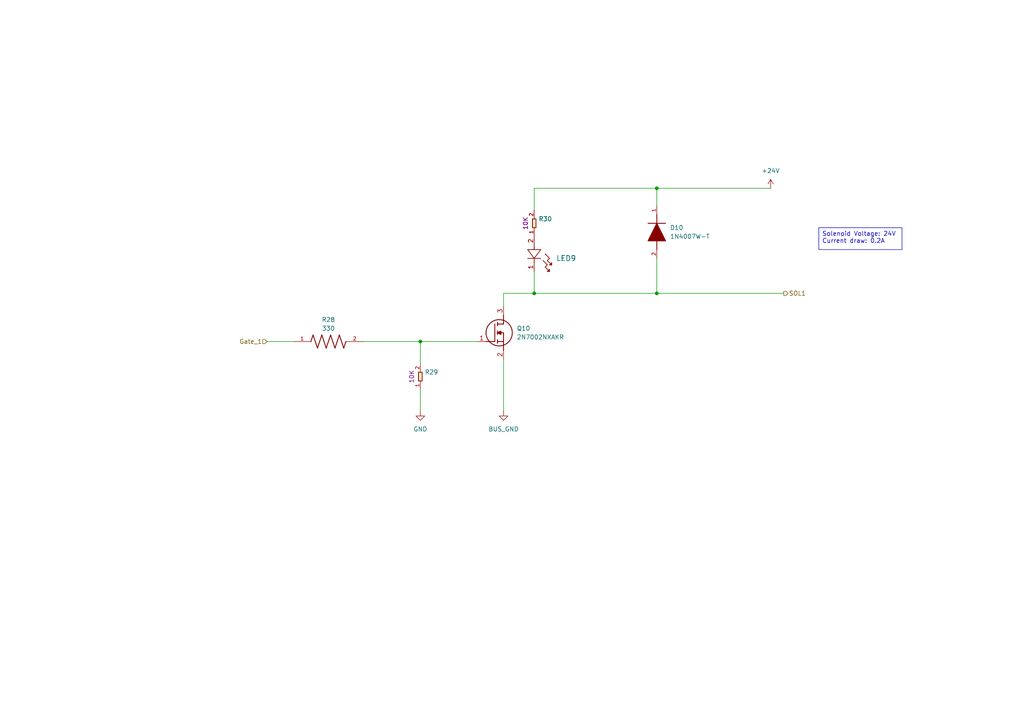
<source format=kicad_sch>
(kicad_sch
	(version 20231120)
	(generator "eeschema")
	(generator_version "8.0")
	(uuid "9b48dcf3-bf9b-44f0-9572-59b4ccd518a0")
	(paper "A4")
	(lib_symbols
		(symbol "1N4007W-T:1N4007W-T"
			(pin_names
				(offset 1.016)
			)
			(exclude_from_sim no)
			(in_bom yes)
			(on_board yes)
			(property "Reference" "D"
				(at 11.43 5.08 0)
				(effects
					(font
						(size 1.27 1.27)
					)
					(justify left)
				)
			)
			(property "Value" "1N4007W-T"
				(at 11.43 2.54 0)
				(effects
					(font
						(size 1.27 1.27)
					)
					(justify left)
				)
			)
			(property "Footprint" "1N4007W-T:SODFL3818X130N"
				(at 0 0 0)
				(effects
					(font
						(size 1.27 1.27)
					)
					(justify bottom)
					(hide yes)
				)
			)
			(property "Datasheet" ""
				(at 0 0 0)
				(effects
					(font
						(size 1.27 1.27)
					)
					(hide yes)
				)
			)
			(property "Description" ""
				(at 0 0 0)
				(effects
					(font
						(size 1.27 1.27)
					)
					(hide yes)
				)
			)
			(property "Manufacturer_Name" "Rectron"
				(at 0 0 0)
				(effects
					(font
						(size 1.27 1.27)
					)
					(justify bottom)
					(hide yes)
				)
			)
			(property "MF" "EVVO Semi"
				(at 0 0 0)
				(effects
					(font
						(size 1.27 1.27)
					)
					(justify bottom)
					(hide yes)
				)
			)
			(property "Mouser_Price-Stock" "https://www.mouser.co.uk/ProductDetail/Rectron/1N4007W-T?qs=QNEnbhJQKvah3J4JbJr%2FPw%3D%3D"
				(at 0 0 0)
				(effects
					(font
						(size 1.27 1.27)
					)
					(justify bottom)
					(hide yes)
				)
			)
			(property "Description_1" "\nDiode 1000 V 1A Surface Mount SOD-123FL\n"
				(at 0 0 0)
				(effects
					(font
						(size 1.27 1.27)
					)
					(justify bottom)
					(hide yes)
				)
			)
			(property "Mouser_Part_Number" "583-1N4007W-T"
				(at 0 0 0)
				(effects
					(font
						(size 1.27 1.27)
					)
					(justify bottom)
					(hide yes)
				)
			)
			(property "Price" "None"
				(at 0 0 0)
				(effects
					(font
						(size 1.27 1.27)
					)
					(justify bottom)
					(hide yes)
				)
			)
			(property "Package" "None"
				(at 0 0 0)
				(effects
					(font
						(size 1.27 1.27)
					)
					(justify bottom)
					(hide yes)
				)
			)
			(property "Check_prices" "https://www.snapeda.com/parts/1N4007W/Semi-M/view-part/?ref=eda"
				(at 0 0 0)
				(effects
					(font
						(size 1.27 1.27)
					)
					(justify bottom)
					(hide yes)
				)
			)
			(property "Height" "1.3mm"
				(at 0 0 0)
				(effects
					(font
						(size 1.27 1.27)
					)
					(justify bottom)
					(hide yes)
				)
			)
			(property "SnapEDA_Link" "https://www.snapeda.com/parts/1N4007W/Semi-M/view-part/?ref=snap"
				(at 0 0 0)
				(effects
					(font
						(size 1.27 1.27)
					)
					(justify bottom)
					(hide yes)
				)
			)
			(property "MP" "1N4007W"
				(at 0 0 0)
				(effects
					(font
						(size 1.27 1.27)
					)
					(justify bottom)
					(hide yes)
				)
			)
			(property "Availability" "In Stock"
				(at 0 0 0)
				(effects
					(font
						(size 1.27 1.27)
					)
					(justify bottom)
					(hide yes)
				)
			)
			(property "Manufacturer_Part_Number" "1N4007W-T"
				(at 0 0 0)
				(effects
					(font
						(size 1.27 1.27)
					)
					(justify bottom)
					(hide yes)
				)
			)
			(symbol "1N4007W-T_0_0"
				(polyline
					(pts
						(xy 2.54 0) (xy 5.08 0)
					)
					(stroke
						(width 0.254)
						(type default)
					)
					(fill
						(type none)
					)
				)
				(polyline
					(pts
						(xy 5.08 2.54) (xy 5.08 -2.54)
					)
					(stroke
						(width 0.254)
						(type default)
					)
					(fill
						(type none)
					)
				)
				(polyline
					(pts
						(xy 10.16 0) (xy 12.7 0)
					)
					(stroke
						(width 0.254)
						(type default)
					)
					(fill
						(type none)
					)
				)
				(polyline
					(pts
						(xy 5.08 0) (xy 10.16 2.54) (xy 10.16 -2.54) (xy 5.08 0)
					)
					(stroke
						(width 0.254)
						(type default)
					)
					(fill
						(type outline)
					)
				)
				(pin bidirectional line
					(at 0 0 0)
					(length 2.54)
					(name "~"
						(effects
							(font
								(size 1.016 1.016)
							)
						)
					)
					(number "1"
						(effects
							(font
								(size 1.016 1.016)
							)
						)
					)
				)
				(pin bidirectional line
					(at 15.24 0 180)
					(length 2.54)
					(name "~"
						(effects
							(font
								(size 1.016 1.016)
							)
						)
					)
					(number "2"
						(effects
							(font
								(size 1.016 1.016)
							)
						)
					)
				)
			)
		)
		(symbol "2024-08-23_01-57-25:5988A10107F"
			(pin_names
				(offset 0.254)
			)
			(exclude_from_sim no)
			(in_bom yes)
			(on_board yes)
			(property "Reference" "LED"
				(at 5.08 -4.445 0)
				(effects
					(font
						(size 1.524 1.524)
					)
				)
			)
			(property "Value" "5988A10107F"
				(at 5.08 -7.62 0)
				(effects
					(font
						(size 1.524 1.524)
					)
				)
			)
			(property "Footprint" "LED_5988A10107F_DIA"
				(at 0 0 0)
				(effects
					(font
						(size 1.27 1.27)
						(italic yes)
					)
					(hide yes)
				)
			)
			(property "Datasheet" "5988A10107F"
				(at 0 0 0)
				(effects
					(font
						(size 1.27 1.27)
						(italic yes)
					)
					(hide yes)
				)
			)
			(property "Description" ""
				(at 0 0 0)
				(effects
					(font
						(size 1.27 1.27)
					)
					(hide yes)
				)
			)
			(property "ki_locked" ""
				(at 0 0 0)
				(effects
					(font
						(size 1.27 1.27)
					)
				)
			)
			(property "ki_keywords" "5988A10107F"
				(at 0 0 0)
				(effects
					(font
						(size 1.27 1.27)
					)
					(hide yes)
				)
			)
			(property "ki_fp_filters" "LED_5988A10107F_DIA"
				(at 0 0 0)
				(effects
					(font
						(size 1.27 1.27)
					)
					(hide yes)
				)
			)
			(symbol "5988A10107F_1_1"
				(polyline
					(pts
						(xy 2.54 0) (xy 3.4798 0)
					)
					(stroke
						(width 0.2032)
						(type default)
					)
					(fill
						(type none)
					)
				)
				(polyline
					(pts
						(xy 3.175 0) (xy 3.81 0)
					)
					(stroke
						(width 0.2032)
						(type default)
					)
					(fill
						(type none)
					)
				)
				(polyline
					(pts
						(xy 3.81 -1.905) (xy 6.35 0)
					)
					(stroke
						(width 0.2032)
						(type default)
					)
					(fill
						(type none)
					)
				)
				(polyline
					(pts
						(xy 3.81 1.905) (xy 3.81 -1.905)
					)
					(stroke
						(width 0.2032)
						(type default)
					)
					(fill
						(type none)
					)
				)
				(polyline
					(pts
						(xy 5.08 3.175) (xy 6.35 4.445)
					)
					(stroke
						(width 0.2032)
						(type default)
					)
					(fill
						(type none)
					)
				)
				(polyline
					(pts
						(xy 6.35 -1.905) (xy 6.35 1.905)
					)
					(stroke
						(width 0.2032)
						(type default)
					)
					(fill
						(type none)
					)
				)
				(polyline
					(pts
						(xy 6.35 0) (xy 3.81 1.905)
					)
					(stroke
						(width 0.2032)
						(type default)
					)
					(fill
						(type none)
					)
				)
				(polyline
					(pts
						(xy 6.35 0) (xy 7.62 0)
					)
					(stroke
						(width 0.2032)
						(type default)
					)
					(fill
						(type none)
					)
				)
				(polyline
					(pts
						(xy 6.35 4.445) (xy 6.985 3.81)
					)
					(stroke
						(width 0.2032)
						(type default)
					)
					(fill
						(type none)
					)
				)
				(polyline
					(pts
						(xy 6.985 2.54) (xy 8.255 3.81)
					)
					(stroke
						(width 0.2032)
						(type default)
					)
					(fill
						(type none)
					)
				)
				(polyline
					(pts
						(xy 6.985 3.81) (xy 8.255 5.08)
					)
					(stroke
						(width 0.2032)
						(type default)
					)
					(fill
						(type none)
					)
				)
				(polyline
					(pts
						(xy 7.62 5.08) (xy 8.255 4.445)
					)
					(stroke
						(width 0.2032)
						(type default)
					)
					(fill
						(type none)
					)
				)
				(polyline
					(pts
						(xy 8.255 3.81) (xy 8.89 3.175)
					)
					(stroke
						(width 0.2032)
						(type default)
					)
					(fill
						(type none)
					)
				)
				(polyline
					(pts
						(xy 8.255 4.445) (xy 8.255 5.08)
					)
					(stroke
						(width 0.2032)
						(type default)
					)
					(fill
						(type none)
					)
				)
				(polyline
					(pts
						(xy 8.255 5.08) (xy 7.62 5.08)
					)
					(stroke
						(width 0.2032)
						(type default)
					)
					(fill
						(type none)
					)
				)
				(polyline
					(pts
						(xy 8.89 3.175) (xy 10.16 4.445)
					)
					(stroke
						(width 0.2032)
						(type default)
					)
					(fill
						(type none)
					)
				)
				(polyline
					(pts
						(xy 9.525 4.445) (xy 10.16 3.81)
					)
					(stroke
						(width 0.2032)
						(type default)
					)
					(fill
						(type none)
					)
				)
				(polyline
					(pts
						(xy 10.16 3.81) (xy 10.16 4.445)
					)
					(stroke
						(width 0.2032)
						(type default)
					)
					(fill
						(type none)
					)
				)
				(polyline
					(pts
						(xy 10.16 4.445) (xy 9.525 4.445)
					)
					(stroke
						(width 0.2032)
						(type default)
					)
					(fill
						(type none)
					)
				)
				(pin unspecified line
					(at 10.16 0 180)
					(length 2.54)
					(name ""
						(effects
							(font
								(size 1.27 1.27)
							)
						)
					)
					(number "1"
						(effects
							(font
								(size 1.27 1.27)
							)
						)
					)
				)
				(pin unspecified line
					(at 0 0 0)
					(length 2.54)
					(name ""
						(effects
							(font
								(size 1.27 1.27)
							)
						)
					)
					(number "2"
						(effects
							(font
								(size 1.27 1.27)
							)
						)
					)
				)
			)
			(symbol "5988A10107F_1_2"
				(polyline
					(pts
						(xy -5.08 7.62) (xy -4.445 8.255)
					)
					(stroke
						(width 0.2032)
						(type default)
					)
					(fill
						(type none)
					)
				)
				(polyline
					(pts
						(xy -5.08 8.255) (xy -5.08 7.62)
					)
					(stroke
						(width 0.2032)
						(type default)
					)
					(fill
						(type none)
					)
				)
				(polyline
					(pts
						(xy -4.445 6.35) (xy -3.81 6.985)
					)
					(stroke
						(width 0.2032)
						(type default)
					)
					(fill
						(type none)
					)
				)
				(polyline
					(pts
						(xy -4.445 8.255) (xy -5.08 8.255)
					)
					(stroke
						(width 0.2032)
						(type default)
					)
					(fill
						(type none)
					)
				)
				(polyline
					(pts
						(xy -4.445 9.525) (xy -3.81 10.16)
					)
					(stroke
						(width 0.2032)
						(type default)
					)
					(fill
						(type none)
					)
				)
				(polyline
					(pts
						(xy -4.445 10.16) (xy -4.445 9.525)
					)
					(stroke
						(width 0.2032)
						(type default)
					)
					(fill
						(type none)
					)
				)
				(polyline
					(pts
						(xy -3.81 6.985) (xy -5.08 8.255)
					)
					(stroke
						(width 0.2032)
						(type default)
					)
					(fill
						(type none)
					)
				)
				(polyline
					(pts
						(xy -3.81 8.255) (xy -3.175 8.89)
					)
					(stroke
						(width 0.2032)
						(type default)
					)
					(fill
						(type none)
					)
				)
				(polyline
					(pts
						(xy -3.81 10.16) (xy -4.445 10.16)
					)
					(stroke
						(width 0.2032)
						(type default)
					)
					(fill
						(type none)
					)
				)
				(polyline
					(pts
						(xy -3.175 5.08) (xy -4.445 6.35)
					)
					(stroke
						(width 0.2032)
						(type default)
					)
					(fill
						(type none)
					)
				)
				(polyline
					(pts
						(xy -3.175 8.89) (xy -4.445 10.16)
					)
					(stroke
						(width 0.2032)
						(type default)
					)
					(fill
						(type none)
					)
				)
				(polyline
					(pts
						(xy -2.54 6.985) (xy -3.81 8.255)
					)
					(stroke
						(width 0.2032)
						(type default)
					)
					(fill
						(type none)
					)
				)
				(polyline
					(pts
						(xy -1.905 3.81) (xy 1.905 3.81)
					)
					(stroke
						(width 0.2032)
						(type default)
					)
					(fill
						(type none)
					)
				)
				(polyline
					(pts
						(xy 0 2.54) (xy 0 3.4798)
					)
					(stroke
						(width 0.2032)
						(type default)
					)
					(fill
						(type none)
					)
				)
				(polyline
					(pts
						(xy 0 3.175) (xy 0 3.81)
					)
					(stroke
						(width 0.2032)
						(type default)
					)
					(fill
						(type none)
					)
				)
				(polyline
					(pts
						(xy 0 6.35) (xy -1.905 3.81)
					)
					(stroke
						(width 0.2032)
						(type default)
					)
					(fill
						(type none)
					)
				)
				(polyline
					(pts
						(xy 0 6.35) (xy 0 7.62)
					)
					(stroke
						(width 0.2032)
						(type default)
					)
					(fill
						(type none)
					)
				)
				(polyline
					(pts
						(xy 1.905 3.81) (xy 0 6.35)
					)
					(stroke
						(width 0.2032)
						(type default)
					)
					(fill
						(type none)
					)
				)
				(polyline
					(pts
						(xy 1.905 6.35) (xy -1.905 6.35)
					)
					(stroke
						(width 0.2032)
						(type default)
					)
					(fill
						(type none)
					)
				)
				(pin unspecified line
					(at 0 10.16 270)
					(length 2.54)
					(name ""
						(effects
							(font
								(size 1.27 1.27)
							)
						)
					)
					(number "1"
						(effects
							(font
								(size 1.27 1.27)
							)
						)
					)
				)
				(pin unspecified line
					(at 0 0 90)
					(length 2.54)
					(name ""
						(effects
							(font
								(size 1.27 1.27)
							)
						)
					)
					(number "2"
						(effects
							(font
								(size 1.27 1.27)
							)
						)
					)
				)
			)
		)
		(symbol "2N7002NXAKR:2N7002NXAKR"
			(pin_names hide)
			(exclude_from_sim no)
			(in_bom yes)
			(on_board yes)
			(property "Reference" "Q"
				(at 11.43 3.81 0)
				(effects
					(font
						(size 1.27 1.27)
					)
					(justify left top)
				)
			)
			(property "Value" "2N7002NXAKR"
				(at 11.43 1.27 0)
				(effects
					(font
						(size 1.27 1.27)
					)
					(justify left top)
				)
			)
			(property "Footprint" "SOT95P230X110-3N"
				(at 11.43 -98.73 0)
				(effects
					(font
						(size 1.27 1.27)
					)
					(justify left top)
					(hide yes)
				)
			)
			(property "Datasheet" "https://assets.nexperia.com/documents/data-sheet/2N7002NXAK.pdf"
				(at 11.43 -198.73 0)
				(effects
					(font
						(size 1.27 1.27)
					)
					(justify left top)
					(hide yes)
				)
			)
			(property "Description" "NEXPERIA - 2N7002NXAKR - MOSFET Transistor, Trench, N Channel, 190 mA, 60 V, 3 ohm, 10 V, 1.6 V"
				(at 0 0 0)
				(effects
					(font
						(size 1.27 1.27)
					)
					(hide yes)
				)
			)
			(property "Height" "1.1"
				(at 11.43 -398.73 0)
				(effects
					(font
						(size 1.27 1.27)
					)
					(justify left top)
					(hide yes)
				)
			)
			(property "Mouser Part Number" "771-2N7002NXAKR"
				(at 11.43 -498.73 0)
				(effects
					(font
						(size 1.27 1.27)
					)
					(justify left top)
					(hide yes)
				)
			)
			(property "Mouser Price/Stock" "https://www.mouser.co.uk/ProductDetail/Nexperia/2N7002NXAKR?qs=%252B6g0mu59x7JoAsZYPFXqhw%3D%3D"
				(at 11.43 -598.73 0)
				(effects
					(font
						(size 1.27 1.27)
					)
					(justify left top)
					(hide yes)
				)
			)
			(property "Manufacturer_Name" "Nexperia"
				(at 11.43 -698.73 0)
				(effects
					(font
						(size 1.27 1.27)
					)
					(justify left top)
					(hide yes)
				)
			)
			(property "Manufacturer_Part_Number" "2N7002NXAKR"
				(at 11.43 -798.73 0)
				(effects
					(font
						(size 1.27 1.27)
					)
					(justify left top)
					(hide yes)
				)
			)
			(symbol "2N7002NXAKR_1_1"
				(polyline
					(pts
						(xy 2.54 0) (xy 5.08 0)
					)
					(stroke
						(width 0.254)
						(type default)
					)
					(fill
						(type none)
					)
				)
				(polyline
					(pts
						(xy 5.08 5.08) (xy 5.08 0)
					)
					(stroke
						(width 0.254)
						(type default)
					)
					(fill
						(type none)
					)
				)
				(polyline
					(pts
						(xy 5.842 -0.508) (xy 5.842 0.508)
					)
					(stroke
						(width 0.254)
						(type default)
					)
					(fill
						(type none)
					)
				)
				(polyline
					(pts
						(xy 5.842 0) (xy 7.62 0)
					)
					(stroke
						(width 0.254)
						(type default)
					)
					(fill
						(type none)
					)
				)
				(polyline
					(pts
						(xy 5.842 2.032) (xy 5.842 3.048)
					)
					(stroke
						(width 0.254)
						(type default)
					)
					(fill
						(type none)
					)
				)
				(polyline
					(pts
						(xy 5.842 5.588) (xy 5.842 4.572)
					)
					(stroke
						(width 0.254)
						(type default)
					)
					(fill
						(type none)
					)
				)
				(polyline
					(pts
						(xy 7.62 2.54) (xy 5.842 2.54)
					)
					(stroke
						(width 0.254)
						(type default)
					)
					(fill
						(type none)
					)
				)
				(polyline
					(pts
						(xy 7.62 2.54) (xy 7.62 -2.54)
					)
					(stroke
						(width 0.254)
						(type default)
					)
					(fill
						(type none)
					)
				)
				(polyline
					(pts
						(xy 7.62 5.08) (xy 5.842 5.08)
					)
					(stroke
						(width 0.254)
						(type default)
					)
					(fill
						(type none)
					)
				)
				(polyline
					(pts
						(xy 7.62 5.08) (xy 7.62 7.62)
					)
					(stroke
						(width 0.254)
						(type default)
					)
					(fill
						(type none)
					)
				)
				(polyline
					(pts
						(xy 5.842 2.54) (xy 6.858 3.048) (xy 6.858 2.032) (xy 5.842 2.54)
					)
					(stroke
						(width 0.254)
						(type default)
					)
					(fill
						(type outline)
					)
				)
				(circle
					(center 6.35 2.54)
					(radius 3.81)
					(stroke
						(width 0.254)
						(type default)
					)
					(fill
						(type none)
					)
				)
				(pin passive line
					(at 0 0 0)
					(length 2.54)
					(name "G"
						(effects
							(font
								(size 1.27 1.27)
							)
						)
					)
					(number "1"
						(effects
							(font
								(size 1.27 1.27)
							)
						)
					)
				)
				(pin passive line
					(at 7.62 -5.08 90)
					(length 2.54)
					(name "S"
						(effects
							(font
								(size 1.27 1.27)
							)
						)
					)
					(number "2"
						(effects
							(font
								(size 1.27 1.27)
							)
						)
					)
				)
				(pin passive line
					(at 7.62 10.16 270)
					(length 2.54)
					(name "D"
						(effects
							(font
								(size 1.27 1.27)
							)
						)
					)
					(number "3"
						(effects
							(font
								(size 1.27 1.27)
							)
						)
					)
				)
			)
		)
		(symbol "RC0402FR-07330RL:RC0402FR-07330RL"
			(pin_names
				(offset 1.016)
			)
			(exclude_from_sim no)
			(in_bom yes)
			(on_board yes)
			(property "Reference" "R"
				(at -7.6244 2.5415 0)
				(effects
					(font
						(size 1.27 1.27)
					)
					(justify left bottom)
				)
			)
			(property "Value" "RC0402FR-07330RL"
				(at -7.63 -5.0866 0)
				(effects
					(font
						(size 1.27 1.27)
					)
					(justify left bottom)
				)
			)
			(property "Footprint" "RC0402FR-07330RL:RESC1005X40N"
				(at 0 0 0)
				(effects
					(font
						(size 1.27 1.27)
					)
					(justify bottom)
					(hide yes)
				)
			)
			(property "Datasheet" ""
				(at 0 0 0)
				(effects
					(font
						(size 1.27 1.27)
					)
					(hide yes)
				)
			)
			(property "Description" ""
				(at 0 0 0)
				(effects
					(font
						(size 1.27 1.27)
					)
					(hide yes)
				)
			)
			(symbol "RC0402FR-07330RL_0_0"
				(polyline
					(pts
						(xy -5.08 0) (xy -4.445 1.905)
					)
					(stroke
						(width 0.254)
						(type default)
					)
					(fill
						(type none)
					)
				)
				(polyline
					(pts
						(xy -4.445 1.905) (xy -3.175 -1.905)
					)
					(stroke
						(width 0.254)
						(type default)
					)
					(fill
						(type none)
					)
				)
				(polyline
					(pts
						(xy -3.175 -1.905) (xy -1.905 1.905)
					)
					(stroke
						(width 0.254)
						(type default)
					)
					(fill
						(type none)
					)
				)
				(polyline
					(pts
						(xy -1.905 1.905) (xy -0.635 -1.905)
					)
					(stroke
						(width 0.254)
						(type default)
					)
					(fill
						(type none)
					)
				)
				(polyline
					(pts
						(xy -0.635 -1.905) (xy 0.635 1.905)
					)
					(stroke
						(width 0.254)
						(type default)
					)
					(fill
						(type none)
					)
				)
				(polyline
					(pts
						(xy 0.635 1.905) (xy 1.905 -1.905)
					)
					(stroke
						(width 0.254)
						(type default)
					)
					(fill
						(type none)
					)
				)
				(polyline
					(pts
						(xy 1.905 -1.905) (xy 3.175 1.905)
					)
					(stroke
						(width 0.254)
						(type default)
					)
					(fill
						(type none)
					)
				)
				(polyline
					(pts
						(xy 3.175 1.905) (xy 4.445 -1.905)
					)
					(stroke
						(width 0.254)
						(type default)
					)
					(fill
						(type none)
					)
				)
				(polyline
					(pts
						(xy 4.445 -1.905) (xy 5.08 0)
					)
					(stroke
						(width 0.254)
						(type default)
					)
					(fill
						(type none)
					)
				)
				(pin passive line
					(at -10.16 0 0)
					(length 5.08)
					(name "~"
						(effects
							(font
								(size 1.016 1.016)
							)
						)
					)
					(number "1"
						(effects
							(font
								(size 1.016 1.016)
							)
						)
					)
				)
				(pin passive line
					(at 10.16 0 180)
					(length 5.08)
					(name "~"
						(effects
							(font
								(size 1.016 1.016)
							)
						)
					)
					(number "2"
						(effects
							(font
								(size 1.016 1.016)
							)
						)
					)
				)
			)
		)
		(symbol "SMD-RES-10K-5_-1__0402_:SMD-RES-10K-5_-1__0402_"
			(pin_names
				(offset 1.016)
			)
			(exclude_from_sim no)
			(in_bom yes)
			(on_board yes)
			(property "Reference" "U"
				(at -3.8175 1.2725 0)
				(effects
					(font
						(size 1.27 1.27)
					)
					(justify left bottom)
				)
			)
			(property "Value" "10K"
				(at 0 0 0)
				(effects
					(font
						(size 1.27 1.27)
					)
					(justify bottom)
					(hide yes)
				)
			)
			(property "Footprint" "SMD-RES-10K-5_-1__0402_:R0402"
				(at 0 0 0)
				(effects
					(font
						(size 1.27 1.27)
					)
					(justify bottom)
					(hide yes)
				)
			)
			(property "Datasheet" ""
				(at 0 0 0)
				(effects
					(font
						(size 1.27 1.27)
					)
					(hide yes)
				)
			)
			(property "Description" ""
				(at 0 0 0)
				(effects
					(font
						(size 1.27 1.27)
					)
					(hide yes)
				)
			)
			(property "MPN" "RC0402JR-0710KL"
				(at 0 0 0)
				(effects
					(font
						(size 1.27 1.27)
					)
					(justify bottom)
					(hide yes)
				)
			)
			(symbol "SMD-RES-10K-5_-1__0402__0_0"
				(rectangle
					(start -1.27 -0.508)
					(end 1.27 0.508)
					(stroke
						(width 0.254)
						(type default)
					)
					(fill
						(type background)
					)
				)
				(pin passive line
					(at -3.81 0 0)
					(length 2.54)
					(name "~"
						(effects
							(font
								(size 1.016 1.016)
							)
						)
					)
					(number "1"
						(effects
							(font
								(size 1.016 1.016)
							)
						)
					)
				)
				(pin passive line
					(at 3.81 0 180)
					(length 2.54)
					(name "~"
						(effects
							(font
								(size 1.016 1.016)
							)
						)
					)
					(number "2"
						(effects
							(font
								(size 1.016 1.016)
							)
						)
					)
				)
			)
		)
		(symbol "power:+24V"
			(power)
			(pin_numbers hide)
			(pin_names
				(offset 0) hide)
			(exclude_from_sim no)
			(in_bom yes)
			(on_board yes)
			(property "Reference" "#PWR"
				(at 0 -3.81 0)
				(effects
					(font
						(size 1.27 1.27)
					)
					(hide yes)
				)
			)
			(property "Value" "+24V"
				(at 0 3.556 0)
				(effects
					(font
						(size 1.27 1.27)
					)
				)
			)
			(property "Footprint" ""
				(at 0 0 0)
				(effects
					(font
						(size 1.27 1.27)
					)
					(hide yes)
				)
			)
			(property "Datasheet" ""
				(at 0 0 0)
				(effects
					(font
						(size 1.27 1.27)
					)
					(hide yes)
				)
			)
			(property "Description" "Power symbol creates a global label with name \"+24V\""
				(at 0 0 0)
				(effects
					(font
						(size 1.27 1.27)
					)
					(hide yes)
				)
			)
			(property "ki_keywords" "global power"
				(at 0 0 0)
				(effects
					(font
						(size 1.27 1.27)
					)
					(hide yes)
				)
			)
			(symbol "+24V_0_1"
				(polyline
					(pts
						(xy -0.762 1.27) (xy 0 2.54)
					)
					(stroke
						(width 0)
						(type default)
					)
					(fill
						(type none)
					)
				)
				(polyline
					(pts
						(xy 0 0) (xy 0 2.54)
					)
					(stroke
						(width 0)
						(type default)
					)
					(fill
						(type none)
					)
				)
				(polyline
					(pts
						(xy 0 2.54) (xy 0.762 1.27)
					)
					(stroke
						(width 0)
						(type default)
					)
					(fill
						(type none)
					)
				)
			)
			(symbol "+24V_1_1"
				(pin power_in line
					(at 0 0 90)
					(length 0)
					(name "~"
						(effects
							(font
								(size 1.27 1.27)
							)
						)
					)
					(number "1"
						(effects
							(font
								(size 1.27 1.27)
							)
						)
					)
				)
			)
		)
		(symbol "power:GND"
			(power)
			(pin_numbers hide)
			(pin_names
				(offset 0) hide)
			(exclude_from_sim no)
			(in_bom yes)
			(on_board yes)
			(property "Reference" "#PWR"
				(at 0 -6.35 0)
				(effects
					(font
						(size 1.27 1.27)
					)
					(hide yes)
				)
			)
			(property "Value" "GND"
				(at 0 -3.81 0)
				(effects
					(font
						(size 1.27 1.27)
					)
				)
			)
			(property "Footprint" ""
				(at 0 0 0)
				(effects
					(font
						(size 1.27 1.27)
					)
					(hide yes)
				)
			)
			(property "Datasheet" ""
				(at 0 0 0)
				(effects
					(font
						(size 1.27 1.27)
					)
					(hide yes)
				)
			)
			(property "Description" "Power symbol creates a global label with name \"GND\" , ground"
				(at 0 0 0)
				(effects
					(font
						(size 1.27 1.27)
					)
					(hide yes)
				)
			)
			(property "ki_keywords" "global power"
				(at 0 0 0)
				(effects
					(font
						(size 1.27 1.27)
					)
					(hide yes)
				)
			)
			(symbol "GND_0_1"
				(polyline
					(pts
						(xy 0 0) (xy 0 -1.27) (xy 1.27 -1.27) (xy 0 -2.54) (xy -1.27 -1.27) (xy 0 -1.27)
					)
					(stroke
						(width 0)
						(type default)
					)
					(fill
						(type none)
					)
				)
			)
			(symbol "GND_1_1"
				(pin power_in line
					(at 0 0 270)
					(length 0)
					(name "~"
						(effects
							(font
								(size 1.27 1.27)
							)
						)
					)
					(number "1"
						(effects
							(font
								(size 1.27 1.27)
							)
						)
					)
				)
			)
		)
	)
	(junction
		(at 190.5 54.61)
		(diameter 0)
		(color 0 0 0 0)
		(uuid "14d6dc0b-bf5b-48a5-a808-a95668f80dfc")
	)
	(junction
		(at 121.92 99.06)
		(diameter 0)
		(color 0 0 0 0)
		(uuid "30ca33d6-3082-42c1-8545-02a3ce679881")
	)
	(junction
		(at 190.5 85.09)
		(diameter 0)
		(color 0 0 0 0)
		(uuid "5ebab3a8-b600-4563-ae1b-27641959e42c")
	)
	(junction
		(at 154.94 85.09)
		(diameter 0)
		(color 0 0 0 0)
		(uuid "964c547b-998f-4677-9d0f-1e77ca4291c2")
	)
	(wire
		(pts
			(xy 154.94 60.96) (xy 154.94 54.61)
		)
		(stroke
			(width 0)
			(type default)
		)
		(uuid "0597171f-cbfb-4580-9cb7-e3d5ad5a8d8e")
	)
	(wire
		(pts
			(xy 146.05 104.14) (xy 146.05 119.38)
		)
		(stroke
			(width 0)
			(type default)
		)
		(uuid "19eeefb8-1586-466f-a04c-1679903cc61c")
	)
	(wire
		(pts
			(xy 190.5 85.09) (xy 227.33 85.09)
		)
		(stroke
			(width 0)
			(type default)
		)
		(uuid "49392f50-ec66-4a90-a34b-1cc6fcacf898")
	)
	(wire
		(pts
			(xy 154.94 78.74) (xy 154.94 85.09)
		)
		(stroke
			(width 0)
			(type default)
		)
		(uuid "4b58d823-7b1e-4e2b-84a6-002cfb23a576")
	)
	(wire
		(pts
			(xy 190.5 54.61) (xy 223.52 54.61)
		)
		(stroke
			(width 0)
			(type default)
		)
		(uuid "6dea5a4a-3945-4b66-8867-ab9c2850a3b6")
	)
	(wire
		(pts
			(xy 146.05 85.09) (xy 146.05 88.9)
		)
		(stroke
			(width 0)
			(type default)
		)
		(uuid "6f8411ed-2adc-4fa1-9eb4-28fb21ddfee0")
	)
	(wire
		(pts
			(xy 190.5 74.93) (xy 190.5 85.09)
		)
		(stroke
			(width 0)
			(type default)
		)
		(uuid "879c634a-106a-4020-a940-e7abc04b83af")
	)
	(wire
		(pts
			(xy 77.47 99.06) (xy 85.09 99.06)
		)
		(stroke
			(width 0)
			(type default)
		)
		(uuid "8fb17321-00aa-4733-9ee7-c42c9e30b7a1")
	)
	(wire
		(pts
			(xy 154.94 54.61) (xy 190.5 54.61)
		)
		(stroke
			(width 0)
			(type default)
		)
		(uuid "9177c22a-3641-4f7d-8a2b-3a7a14f0bc50")
	)
	(wire
		(pts
			(xy 154.94 85.09) (xy 190.5 85.09)
		)
		(stroke
			(width 0)
			(type default)
		)
		(uuid "9de5c7b5-22f6-4208-ab5b-0695a39a35df")
	)
	(wire
		(pts
			(xy 121.92 99.06) (xy 138.43 99.06)
		)
		(stroke
			(width 0)
			(type default)
		)
		(uuid "9f33bb7b-e7ec-4fb8-a969-1c5cf2744990")
	)
	(wire
		(pts
			(xy 121.92 99.06) (xy 121.92 105.41)
		)
		(stroke
			(width 0)
			(type default)
		)
		(uuid "b38b7e3c-5ed2-46df-8704-6aae0f2c997f")
	)
	(wire
		(pts
			(xy 105.41 99.06) (xy 121.92 99.06)
		)
		(stroke
			(width 0)
			(type default)
		)
		(uuid "ce1c8386-7627-428c-8f79-f9030c05cda6")
	)
	(wire
		(pts
			(xy 146.05 85.09) (xy 154.94 85.09)
		)
		(stroke
			(width 0)
			(type default)
		)
		(uuid "e3e885d3-d344-4941-8fa3-6960d3384b40")
	)
	(wire
		(pts
			(xy 121.92 113.03) (xy 121.92 119.38)
		)
		(stroke
			(width 0)
			(type default)
		)
		(uuid "e71a4746-b085-4f49-afc9-7bca982f866d")
	)
	(wire
		(pts
			(xy 190.5 59.69) (xy 190.5 54.61)
		)
		(stroke
			(width 0)
			(type default)
		)
		(uuid "ea850491-974e-4377-a6bd-a758735d21a4")
	)
	(text_box "Solenoid Voltage: 24V\nCurrent draw: 0.2A\n"
		(exclude_from_sim no)
		(at 237.49 66.04 0)
		(size 24.13 6.35)
		(stroke
			(width 0)
			(type default)
		)
		(fill
			(type none)
		)
		(effects
			(font
				(size 1.27 1.27)
			)
			(justify left top)
		)
		(uuid "72975dc8-2b94-4d88-a3ab-777104ad97ea")
	)
	(hierarchical_label "SOL1"
		(shape output)
		(at 227.33 85.09 0)
		(fields_autoplaced yes)
		(effects
			(font
				(size 1.27 1.27)
			)
			(justify left)
		)
		(uuid "41c433e3-f9ba-48cf-80d6-76f7d7160989")
	)
	(hierarchical_label "Gate_1"
		(shape input)
		(at 77.47 99.06 180)
		(fields_autoplaced yes)
		(effects
			(font
				(size 1.27 1.27)
			)
			(justify right)
		)
		(uuid "72abee03-78cd-43b2-8f80-7030e73cf5a4")
	)
	(symbol
		(lib_id "RC0402FR-07330RL:RC0402FR-07330RL")
		(at 95.25 99.06 0)
		(unit 1)
		(exclude_from_sim no)
		(in_bom yes)
		(on_board yes)
		(dnp no)
		(fields_autoplaced yes)
		(uuid "25604c5d-f1c6-498e-a77d-5df3d33b55d0")
		(property "Reference" "R28"
			(at 95.25 92.71 0)
			(effects
				(font
					(size 1.27 1.27)
				)
			)
		)
		(property "Value" "330"
			(at 95.25 95.25 0)
			(effects
				(font
					(size 1.27 1.27)
				)
			)
		)
		(property "Footprint" "RC0402FR_07330RL:RESC1005X40N"
			(at 95.25 99.06 0)
			(effects
				(font
					(size 1.27 1.27)
				)
				(justify bottom)
				(hide yes)
			)
		)
		(property "Datasheet" ""
			(at 95.25 99.06 0)
			(effects
				(font
					(size 1.27 1.27)
				)
				(hide yes)
			)
		)
		(property "Description" "RC0402FR-07330RL"
			(at 95.25 99.06 0)
			(effects
				(font
					(size 1.27 1.27)
				)
				(hide yes)
			)
		)
		(pin "2"
			(uuid "74f3c5e1-1222-41d6-994b-49693da2e6d7")
		)
		(pin "1"
			(uuid "1a1ca986-df18-4d41-a72f-19f94f04ba12")
		)
		(instances
			(project "TPM-IO-BOARD"
				(path "/e63e39d7-6ac0-4ffd-8aa3-1841a4541b55/11ed3f82-f3d9-4bf2-8fd1-95f5d5eab05b"
					(reference "R28")
					(unit 1)
				)
				(path "/e63e39d7-6ac0-4ffd-8aa3-1841a4541b55/2b2230ed-cb19-476f-8f60-29960807d694"
					(reference "R16")
					(unit 1)
				)
				(path "/e63e39d7-6ac0-4ffd-8aa3-1841a4541b55/46be8636-daec-4c58-9c06-029b3a31d111"
					(reference "R36")
					(unit 1)
				)
				(path "/e63e39d7-6ac0-4ffd-8aa3-1841a4541b55/480021aa-5e2a-4bf0-885b-c748b538f39d"
					(reference "R19")
					(unit 1)
				)
				(path "/e63e39d7-6ac0-4ffd-8aa3-1841a4541b55/85991504-23b9-440e-817a-3270f5b61d96"
					(reference "R3")
					(unit 1)
				)
				(path "/e63e39d7-6ac0-4ffd-8aa3-1841a4541b55/88ba1df8-b116-4c5f-a72e-931e20eb07b1"
					(reference "R25")
					(unit 1)
				)
				(path "/e63e39d7-6ac0-4ffd-8aa3-1841a4541b55/89a7db94-3ce2-4277-a747-60b5ca6d2885"
					(reference "R10")
					(unit 1)
				)
				(path "/e63e39d7-6ac0-4ffd-8aa3-1841a4541b55/a83d8c07-23fc-40a6-81ba-d9a12c933fae"
					(reference "R31")
					(unit 1)
				)
				(path "/e63e39d7-6ac0-4ffd-8aa3-1841a4541b55/b3c39f4c-8e6b-4a63-bc47-6cdd0911eafb"
					(reference "R13")
					(unit 1)
				)
				(path "/e63e39d7-6ac0-4ffd-8aa3-1841a4541b55/d2282ff1-1ef6-4e5d-a6b5-6245ee375a41"
					(reference "R22")
					(unit 1)
				)
				(path "/e63e39d7-6ac0-4ffd-8aa3-1841a4541b55/d77b47ca-e721-4108-9dad-ffa9b4219cb3"
					(reference "R7")
					(unit 1)
				)
				(path "/e63e39d7-6ac0-4ffd-8aa3-1841a4541b55/e543aa9e-36c3-4b19-b4e8-c4d234beccb5"
					(reference "R2")
					(unit 1)
				)
			)
		)
	)
	(symbol
		(lib_id "2024-08-23_01-57-25:5988A10107F")
		(at 154.94 68.58 270)
		(unit 1)
		(exclude_from_sim no)
		(in_bom yes)
		(on_board yes)
		(dnp no)
		(fields_autoplaced yes)
		(uuid "4c099169-0476-425c-af9a-5f9bb6afa246")
		(property "Reference" "LED9"
			(at 161.29 74.9299 90)
			(effects
				(font
					(size 1.524 1.524)
				)
				(justify left)
			)
		)
		(property "Value" "5988A10107F"
			(at 161.29 76.1999 90)
			(effects
				(font
					(size 1.524 1.524)
				)
				(justify left)
				(hide yes)
			)
		)
		(property "Footprint" "LED_5988A10107F_DIA"
			(at 154.94 68.58 0)
			(effects
				(font
					(size 1.27 1.27)
					(italic yes)
				)
				(hide yes)
			)
		)
		(property "Datasheet" "5988A10107F"
			(at 154.94 68.58 0)
			(effects
				(font
					(size 1.27 1.27)
					(italic yes)
				)
				(hide yes)
			)
		)
		(property "Description" ""
			(at 154.94 68.58 0)
			(effects
				(font
					(size 1.27 1.27)
				)
				(hide yes)
			)
		)
		(pin "1"
			(uuid "a4e3fe31-d5de-43d6-87e0-e4fe01c105e0")
		)
		(pin "2"
			(uuid "89ac9790-cc2f-4a2b-90a9-bac348551086")
		)
		(instances
			(project "TPM-IO-BOARD"
				(path "/e63e39d7-6ac0-4ffd-8aa3-1841a4541b55/11ed3f82-f3d9-4bf2-8fd1-95f5d5eab05b"
					(reference "LED9")
					(unit 1)
				)
				(path "/e63e39d7-6ac0-4ffd-8aa3-1841a4541b55/2b2230ed-cb19-476f-8f60-29960807d694"
					(reference "LED5")
					(unit 1)
				)
				(path "/e63e39d7-6ac0-4ffd-8aa3-1841a4541b55/46be8636-daec-4c58-9c06-029b3a31d111"
					(reference "LED11")
					(unit 1)
				)
				(path "/e63e39d7-6ac0-4ffd-8aa3-1841a4541b55/480021aa-5e2a-4bf0-885b-c748b538f39d"
					(reference "LED6")
					(unit 1)
				)
				(path "/e63e39d7-6ac0-4ffd-8aa3-1841a4541b55/85991504-23b9-440e-817a-3270f5b61d96"
					(reference "LED1")
					(unit 1)
				)
				(path "/e63e39d7-6ac0-4ffd-8aa3-1841a4541b55/88ba1df8-b116-4c5f-a72e-931e20eb07b1"
					(reference "LED8")
					(unit 1)
				)
				(path "/e63e39d7-6ac0-4ffd-8aa3-1841a4541b55/89a7db94-3ce2-4277-a747-60b5ca6d2885"
					(reference "LED3")
					(unit 1)
				)
				(path "/e63e39d7-6ac0-4ffd-8aa3-1841a4541b55/a83d8c07-23fc-40a6-81ba-d9a12c933fae"
					(reference "LED10")
					(unit 1)
				)
				(path "/e63e39d7-6ac0-4ffd-8aa3-1841a4541b55/b3c39f4c-8e6b-4a63-bc47-6cdd0911eafb"
					(reference "LED4")
					(unit 1)
				)
				(path "/e63e39d7-6ac0-4ffd-8aa3-1841a4541b55/d2282ff1-1ef6-4e5d-a6b5-6245ee375a41"
					(reference "LED7")
					(unit 1)
				)
				(path "/e63e39d7-6ac0-4ffd-8aa3-1841a4541b55/d77b47ca-e721-4108-9dad-ffa9b4219cb3"
					(reference "LED2")
					(unit 1)
				)
				(path "/e63e39d7-6ac0-4ffd-8aa3-1841a4541b55/e543aa9e-36c3-4b19-b4e8-c4d234beccb5"
					(reference "LED13")
					(unit 1)
				)
			)
		)
	)
	(symbol
		(lib_id "1N4007W-T:1N4007W-T")
		(at 190.5 59.69 270)
		(unit 1)
		(exclude_from_sim no)
		(in_bom yes)
		(on_board yes)
		(dnp no)
		(fields_autoplaced yes)
		(uuid "6c9b0a4b-3083-4ce5-b060-8433d3ff6570")
		(property "Reference" "D10"
			(at 194.31 66.0399 90)
			(effects
				(font
					(size 1.27 1.27)
				)
				(justify left)
			)
		)
		(property "Value" "1N4007W-T"
			(at 194.31 68.5799 90)
			(effects
				(font
					(size 1.27 1.27)
				)
				(justify left)
			)
		)
		(property "Footprint" "1N4007W-T:SODFL3818X130N"
			(at 190.5 59.69 0)
			(effects
				(font
					(size 1.27 1.27)
				)
				(justify bottom)
				(hide yes)
			)
		)
		(property "Datasheet" ""
			(at 190.5 59.69 0)
			(effects
				(font
					(size 1.27 1.27)
				)
				(hide yes)
			)
		)
		(property "Description" ""
			(at 190.5 59.69 0)
			(effects
				(font
					(size 1.27 1.27)
				)
				(hide yes)
			)
		)
		(property "Manufacturer_Name" "Rectron"
			(at 190.5 59.69 0)
			(effects
				(font
					(size 1.27 1.27)
				)
				(justify bottom)
				(hide yes)
			)
		)
		(property "MF" "EVVO Semi"
			(at 190.5 59.69 0)
			(effects
				(font
					(size 1.27 1.27)
				)
				(justify bottom)
				(hide yes)
			)
		)
		(property "Mouser_Price-Stock" "https://www.mouser.co.uk/ProductDetail/Rectron/1N4007W-T?qs=QNEnbhJQKvah3J4JbJr%2FPw%3D%3D"
			(at 190.5 59.69 0)
			(effects
				(font
					(size 1.27 1.27)
				)
				(justify bottom)
				(hide yes)
			)
		)
		(property "Description_1" "\nDiode 1000 V 1A Surface Mount SOD-123FL\n"
			(at 190.5 59.69 0)
			(effects
				(font
					(size 1.27 1.27)
				)
				(justify bottom)
				(hide yes)
			)
		)
		(property "Mouser_Part_Number" "583-1N4007W-T"
			(at 190.5 59.69 0)
			(effects
				(font
					(size 1.27 1.27)
				)
				(justify bottom)
				(hide yes)
			)
		)
		(property "Price" "None"
			(at 190.5 59.69 0)
			(effects
				(font
					(size 1.27 1.27)
				)
				(justify bottom)
				(hide yes)
			)
		)
		(property "Package" "None"
			(at 190.5 59.69 0)
			(effects
				(font
					(size 1.27 1.27)
				)
				(justify bottom)
				(hide yes)
			)
		)
		(property "Check_prices" "https://www.snapeda.com/parts/1N4007W/Semi-M/view-part/?ref=eda"
			(at 190.5 59.69 0)
			(effects
				(font
					(size 1.27 1.27)
				)
				(justify bottom)
				(hide yes)
			)
		)
		(property "Height" "1.3mm"
			(at 190.5 59.69 0)
			(effects
				(font
					(size 1.27 1.27)
				)
				(justify bottom)
				(hide yes)
			)
		)
		(property "SnapEDA_Link" "https://www.snapeda.com/parts/1N4007W/Semi-M/view-part/?ref=snap"
			(at 190.5 59.69 0)
			(effects
				(font
					(size 1.27 1.27)
				)
				(justify bottom)
				(hide yes)
			)
		)
		(property "MP" "1N4007W"
			(at 190.5 59.69 0)
			(effects
				(font
					(size 1.27 1.27)
				)
				(justify bottom)
				(hide yes)
			)
		)
		(property "Availability" "In Stock"
			(at 190.5 59.69 0)
			(effects
				(font
					(size 1.27 1.27)
				)
				(justify bottom)
				(hide yes)
			)
		)
		(property "Manufacturer_Part_Number" "1N4007W-T"
			(at 190.5 59.69 0)
			(effects
				(font
					(size 1.27 1.27)
				)
				(justify bottom)
				(hide yes)
			)
		)
		(pin "2"
			(uuid "22e7c1d5-fd94-4b38-874c-d679380f61b1")
		)
		(pin "1"
			(uuid "47b21035-f0ad-4205-bf73-6efe02b4001a")
		)
		(instances
			(project "TPM-IO-BOARD"
				(path "/e63e39d7-6ac0-4ffd-8aa3-1841a4541b55/11ed3f82-f3d9-4bf2-8fd1-95f5d5eab05b"
					(reference "D10")
					(unit 1)
				)
				(path "/e63e39d7-6ac0-4ffd-8aa3-1841a4541b55/2b2230ed-cb19-476f-8f60-29960807d694"
					(reference "D6")
					(unit 1)
				)
				(path "/e63e39d7-6ac0-4ffd-8aa3-1841a4541b55/46be8636-daec-4c58-9c06-029b3a31d111"
					(reference "D12")
					(unit 1)
				)
				(path "/e63e39d7-6ac0-4ffd-8aa3-1841a4541b55/480021aa-5e2a-4bf0-885b-c748b538f39d"
					(reference "D7")
					(unit 1)
				)
				(path "/e63e39d7-6ac0-4ffd-8aa3-1841a4541b55/85991504-23b9-440e-817a-3270f5b61d96"
					(reference "D2")
					(unit 1)
				)
				(path "/e63e39d7-6ac0-4ffd-8aa3-1841a4541b55/88ba1df8-b116-4c5f-a72e-931e20eb07b1"
					(reference "D9")
					(unit 1)
				)
				(path "/e63e39d7-6ac0-4ffd-8aa3-1841a4541b55/89a7db94-3ce2-4277-a747-60b5ca6d2885"
					(reference "D4")
					(unit 1)
				)
				(path "/e63e39d7-6ac0-4ffd-8aa3-1841a4541b55/a83d8c07-23fc-40a6-81ba-d9a12c933fae"
					(reference "D11")
					(unit 1)
				)
				(path "/e63e39d7-6ac0-4ffd-8aa3-1841a4541b55/b3c39f4c-8e6b-4a63-bc47-6cdd0911eafb"
					(reference "D5")
					(unit 1)
				)
				(path "/e63e39d7-6ac0-4ffd-8aa3-1841a4541b55/d2282ff1-1ef6-4e5d-a6b5-6245ee375a41"
					(reference "D8")
					(unit 1)
				)
				(path "/e63e39d7-6ac0-4ffd-8aa3-1841a4541b55/d77b47ca-e721-4108-9dad-ffa9b4219cb3"
					(reference "D3")
					(unit 1)
				)
				(path "/e63e39d7-6ac0-4ffd-8aa3-1841a4541b55/e543aa9e-36c3-4b19-b4e8-c4d234beccb5"
					(reference "D1")
					(unit 1)
				)
			)
		)
	)
	(symbol
		(lib_id "power:+24V")
		(at 223.52 54.61 0)
		(unit 1)
		(exclude_from_sim no)
		(in_bom yes)
		(on_board yes)
		(dnp no)
		(fields_autoplaced yes)
		(uuid "897fc7b1-32e6-4bbb-a01a-89405bb94f47")
		(property "Reference" "#PWR052"
			(at 223.52 58.42 0)
			(effects
				(font
					(size 1.27 1.27)
				)
				(hide yes)
			)
		)
		(property "Value" "+24V"
			(at 223.52 49.53 0)
			(effects
				(font
					(size 1.27 1.27)
				)
			)
		)
		(property "Footprint" ""
			(at 223.52 54.61 0)
			(effects
				(font
					(size 1.27 1.27)
				)
				(hide yes)
			)
		)
		(property "Datasheet" ""
			(at 223.52 54.61 0)
			(effects
				(font
					(size 1.27 1.27)
				)
				(hide yes)
			)
		)
		(property "Description" "Power symbol creates a global label with name \"+24V\""
			(at 223.52 54.61 0)
			(effects
				(font
					(size 1.27 1.27)
				)
				(hide yes)
			)
		)
		(pin "1"
			(uuid "63e482ba-6ee6-4e13-8fd6-a661bc105b25")
		)
		(instances
			(project "TPM-IO-BOARD"
				(path "/e63e39d7-6ac0-4ffd-8aa3-1841a4541b55/11ed3f82-f3d9-4bf2-8fd1-95f5d5eab05b"
					(reference "#PWR052")
					(unit 1)
				)
				(path "/e63e39d7-6ac0-4ffd-8aa3-1841a4541b55/2b2230ed-cb19-476f-8f60-29960807d694"
					(reference "#PWR021")
					(unit 1)
				)
				(path "/e63e39d7-6ac0-4ffd-8aa3-1841a4541b55/46be8636-daec-4c58-9c06-029b3a31d111"
					(reference "#PWR058")
					(unit 1)
				)
				(path "/e63e39d7-6ac0-4ffd-8aa3-1841a4541b55/480021aa-5e2a-4bf0-885b-c748b538f39d"
					(reference "#PWR024")
					(unit 1)
				)
				(path "/e63e39d7-6ac0-4ffd-8aa3-1841a4541b55/85991504-23b9-440e-817a-3270f5b61d96"
					(reference "#PWR09")
					(unit 1)
				)
				(path "/e63e39d7-6ac0-4ffd-8aa3-1841a4541b55/88ba1df8-b116-4c5f-a72e-931e20eb07b1"
					(reference "#PWR049")
					(unit 1)
				)
				(path "/e63e39d7-6ac0-4ffd-8aa3-1841a4541b55/89a7db94-3ce2-4277-a747-60b5ca6d2885"
					(reference "#PWR015")
					(unit 1)
				)
				(path "/e63e39d7-6ac0-4ffd-8aa3-1841a4541b55/a83d8c07-23fc-40a6-81ba-d9a12c933fae"
					(reference "#PWR055")
					(unit 1)
				)
				(path "/e63e39d7-6ac0-4ffd-8aa3-1841a4541b55/b3c39f4c-8e6b-4a63-bc47-6cdd0911eafb"
					(reference "#PWR018")
					(unit 1)
				)
				(path "/e63e39d7-6ac0-4ffd-8aa3-1841a4541b55/d2282ff1-1ef6-4e5d-a6b5-6245ee375a41"
					(reference "#PWR027")
					(unit 1)
				)
				(path "/e63e39d7-6ac0-4ffd-8aa3-1841a4541b55/d77b47ca-e721-4108-9dad-ffa9b4219cb3"
					(reference "#PWR012")
					(unit 1)
				)
				(path "/e63e39d7-6ac0-4ffd-8aa3-1841a4541b55/e543aa9e-36c3-4b19-b4e8-c4d234beccb5"
					(reference "#PWR06")
					(unit 1)
				)
			)
		)
	)
	(symbol
		(lib_id "power:GND")
		(at 146.05 119.38 0)
		(unit 1)
		(exclude_from_sim no)
		(in_bom yes)
		(on_board yes)
		(dnp no)
		(fields_autoplaced yes)
		(uuid "936ecc6f-84c0-47d9-8b61-070c8e2e1818")
		(property "Reference" "#PWR051"
			(at 146.05 125.73 0)
			(effects
				(font
					(size 1.27 1.27)
				)
				(hide yes)
			)
		)
		(property "Value" "BUS_GND"
			(at 146.05 124.46 0)
			(effects
				(font
					(size 1.27 1.27)
				)
			)
		)
		(property "Footprint" ""
			(at 146.05 119.38 0)
			(effects
				(font
					(size 1.27 1.27)
				)
				(hide yes)
			)
		)
		(property "Datasheet" ""
			(at 146.05 119.38 0)
			(effects
				(font
					(size 1.27 1.27)
				)
				(hide yes)
			)
		)
		(property "Description" "Power symbol creates a global label with name \"GND\" , ground"
			(at 146.05 119.38 0)
			(effects
				(font
					(size 1.27 1.27)
				)
				(hide yes)
			)
		)
		(pin "1"
			(uuid "cfd01672-ea1e-43e2-a02f-d7b68f382573")
		)
		(instances
			(project "TPM-IO-BOARD"
				(path "/e63e39d7-6ac0-4ffd-8aa3-1841a4541b55/11ed3f82-f3d9-4bf2-8fd1-95f5d5eab05b"
					(reference "#PWR051")
					(unit 1)
				)
				(path "/e63e39d7-6ac0-4ffd-8aa3-1841a4541b55/2b2230ed-cb19-476f-8f60-29960807d694"
					(reference "#PWR020")
					(unit 1)
				)
				(path "/e63e39d7-6ac0-4ffd-8aa3-1841a4541b55/46be8636-daec-4c58-9c06-029b3a31d111"
					(reference "#PWR057")
					(unit 1)
				)
				(path "/e63e39d7-6ac0-4ffd-8aa3-1841a4541b55/480021aa-5e2a-4bf0-885b-c748b538f39d"
					(reference "#PWR023")
					(unit 1)
				)
				(path "/e63e39d7-6ac0-4ffd-8aa3-1841a4541b55/85991504-23b9-440e-817a-3270f5b61d96"
					(reference "#PWR08")
					(unit 1)
				)
				(path "/e63e39d7-6ac0-4ffd-8aa3-1841a4541b55/88ba1df8-b116-4c5f-a72e-931e20eb07b1"
					(reference "#PWR048")
					(unit 1)
				)
				(path "/e63e39d7-6ac0-4ffd-8aa3-1841a4541b55/89a7db94-3ce2-4277-a747-60b5ca6d2885"
					(reference "#PWR014")
					(unit 1)
				)
				(path "/e63e39d7-6ac0-4ffd-8aa3-1841a4541b55/a83d8c07-23fc-40a6-81ba-d9a12c933fae"
					(reference "#PWR054")
					(unit 1)
				)
				(path "/e63e39d7-6ac0-4ffd-8aa3-1841a4541b55/b3c39f4c-8e6b-4a63-bc47-6cdd0911eafb"
					(reference "#PWR017")
					(unit 1)
				)
				(path "/e63e39d7-6ac0-4ffd-8aa3-1841a4541b55/d2282ff1-1ef6-4e5d-a6b5-6245ee375a41"
					(reference "#PWR026")
					(unit 1)
				)
				(path "/e63e39d7-6ac0-4ffd-8aa3-1841a4541b55/d77b47ca-e721-4108-9dad-ffa9b4219cb3"
					(reference "#PWR011")
					(unit 1)
				)
				(path "/e63e39d7-6ac0-4ffd-8aa3-1841a4541b55/e543aa9e-36c3-4b19-b4e8-c4d234beccb5"
					(reference "#PWR047")
					(unit 1)
				)
			)
		)
	)
	(symbol
		(lib_id "power:GND")
		(at 121.92 119.38 0)
		(unit 1)
		(exclude_from_sim no)
		(in_bom yes)
		(on_board yes)
		(dnp no)
		(fields_autoplaced yes)
		(uuid "98a2d1bf-6e58-43f5-a9d3-abfd963f8ddd")
		(property "Reference" "#PWR050"
			(at 121.92 125.73 0)
			(effects
				(font
					(size 1.27 1.27)
				)
				(hide yes)
			)
		)
		(property "Value" "GND"
			(at 121.92 124.46 0)
			(effects
				(font
					(size 1.27 1.27)
				)
			)
		)
		(property "Footprint" ""
			(at 121.92 119.38 0)
			(effects
				(font
					(size 1.27 1.27)
				)
				(hide yes)
			)
		)
		(property "Datasheet" ""
			(at 121.92 119.38 0)
			(effects
				(font
					(size 1.27 1.27)
				)
				(hide yes)
			)
		)
		(property "Description" "Power symbol creates a global label with name \"GND\" , ground"
			(at 121.92 119.38 0)
			(effects
				(font
					(size 1.27 1.27)
				)
				(hide yes)
			)
		)
		(pin "1"
			(uuid "3ea1d3b2-113a-41ed-b894-7650f6384221")
		)
		(instances
			(project "TPM-IO-BOARD"
				(path "/e63e39d7-6ac0-4ffd-8aa3-1841a4541b55/11ed3f82-f3d9-4bf2-8fd1-95f5d5eab05b"
					(reference "#PWR050")
					(unit 1)
				)
				(path "/e63e39d7-6ac0-4ffd-8aa3-1841a4541b55/2b2230ed-cb19-476f-8f60-29960807d694"
					(reference "#PWR019")
					(unit 1)
				)
				(path "/e63e39d7-6ac0-4ffd-8aa3-1841a4541b55/46be8636-daec-4c58-9c06-029b3a31d111"
					(reference "#PWR056")
					(unit 1)
				)
				(path "/e63e39d7-6ac0-4ffd-8aa3-1841a4541b55/480021aa-5e2a-4bf0-885b-c748b538f39d"
					(reference "#PWR022")
					(unit 1)
				)
				(path "/e63e39d7-6ac0-4ffd-8aa3-1841a4541b55/85991504-23b9-440e-817a-3270f5b61d96"
					(reference "#PWR07")
					(unit 1)
				)
				(path "/e63e39d7-6ac0-4ffd-8aa3-1841a4541b55/88ba1df8-b116-4c5f-a72e-931e20eb07b1"
					(reference "#PWR028")
					(unit 1)
				)
				(path "/e63e39d7-6ac0-4ffd-8aa3-1841a4541b55/89a7db94-3ce2-4277-a747-60b5ca6d2885"
					(reference "#PWR013")
					(unit 1)
				)
				(path "/e63e39d7-6ac0-4ffd-8aa3-1841a4541b55/a83d8c07-23fc-40a6-81ba-d9a12c933fae"
					(reference "#PWR053")
					(unit 1)
				)
				(path "/e63e39d7-6ac0-4ffd-8aa3-1841a4541b55/b3c39f4c-8e6b-4a63-bc47-6cdd0911eafb"
					(reference "#PWR016")
					(unit 1)
				)
				(path "/e63e39d7-6ac0-4ffd-8aa3-1841a4541b55/d2282ff1-1ef6-4e5d-a6b5-6245ee375a41"
					(reference "#PWR025")
					(unit 1)
				)
				(path "/e63e39d7-6ac0-4ffd-8aa3-1841a4541b55/d77b47ca-e721-4108-9dad-ffa9b4219cb3"
					(reference "#PWR010")
					(unit 1)
				)
				(path "/e63e39d7-6ac0-4ffd-8aa3-1841a4541b55/e543aa9e-36c3-4b19-b4e8-c4d234beccb5"
					(reference "#PWR05")
					(unit 1)
				)
			)
		)
	)
	(symbol
		(lib_id "2N7002NXAKR:2N7002NXAKR")
		(at 138.43 99.06 0)
		(unit 1)
		(exclude_from_sim no)
		(in_bom yes)
		(on_board yes)
		(dnp no)
		(fields_autoplaced yes)
		(uuid "a9b9f4c3-760f-4dc0-b14d-24afb51cc3e9")
		(property "Reference" "Q10"
			(at 149.86 95.2499 0)
			(effects
				(font
					(size 1.27 1.27)
				)
				(justify left)
			)
		)
		(property "Value" "2N7002NXAKR"
			(at 149.86 97.7899 0)
			(effects
				(font
					(size 1.27 1.27)
				)
				(justify left)
			)
		)
		(property "Footprint" "KiCad:SOT95P230X110-3N"
			(at 149.86 197.79 0)
			(effects
				(font
					(size 1.27 1.27)
				)
				(justify left top)
				(hide yes)
			)
		)
		(property "Datasheet" "https://assets.nexperia.com/documents/data-sheet/2N7002NXAK.pdf"
			(at 149.86 297.79 0)
			(effects
				(font
					(size 1.27 1.27)
				)
				(justify left top)
				(hide yes)
			)
		)
		(property "Description" "NEXPERIA - 2N7002NXAKR - MOSFET Transistor, Trench, N Channel, 190 mA, 60 V, 3 ohm, 10 V, 1.6 V"
			(at 138.43 99.06 0)
			(effects
				(font
					(size 1.27 1.27)
				)
				(hide yes)
			)
		)
		(property "Height" "1.1"
			(at 149.86 497.79 0)
			(effects
				(font
					(size 1.27 1.27)
				)
				(justify left top)
				(hide yes)
			)
		)
		(property "Mouser Part Number" "771-2N7002NXAKR"
			(at 149.86 597.79 0)
			(effects
				(font
					(size 1.27 1.27)
				)
				(justify left top)
				(hide yes)
			)
		)
		(property "Mouser Price/Stock" "https://www.mouser.co.uk/ProductDetail/Nexperia/2N7002NXAKR?qs=%252B6g0mu59x7JoAsZYPFXqhw%3D%3D"
			(at 149.86 697.79 0)
			(effects
				(font
					(size 1.27 1.27)
				)
				(justify left top)
				(hide yes)
			)
		)
		(property "Manufacturer_Name" "Nexperia"
			(at 149.86 797.79 0)
			(effects
				(font
					(size 1.27 1.27)
				)
				(justify left top)
				(hide yes)
			)
		)
		(property "Manufacturer_Part_Number" "2N7002NXAKR"
			(at 149.86 897.79 0)
			(effects
				(font
					(size 1.27 1.27)
				)
				(justify left top)
				(hide yes)
			)
		)
		(pin "2"
			(uuid "01cfea1c-0b51-4dc4-b941-cd6e228ca12e")
		)
		(pin "3"
			(uuid "466633a2-3e1e-4d5a-9c90-6623db6cde2f")
		)
		(pin "1"
			(uuid "9e27756c-869c-469f-966c-a88682830eb3")
		)
		(instances
			(project "TPM-IO-BOARD"
				(path "/e63e39d7-6ac0-4ffd-8aa3-1841a4541b55/11ed3f82-f3d9-4bf2-8fd1-95f5d5eab05b"
					(reference "Q10")
					(unit 1)
				)
				(path "/e63e39d7-6ac0-4ffd-8aa3-1841a4541b55/2b2230ed-cb19-476f-8f60-29960807d694"
					(reference "Q6")
					(unit 1)
				)
				(path "/e63e39d7-6ac0-4ffd-8aa3-1841a4541b55/46be8636-daec-4c58-9c06-029b3a31d111"
					(reference "Q12")
					(unit 1)
				)
				(path "/e63e39d7-6ac0-4ffd-8aa3-1841a4541b55/480021aa-5e2a-4bf0-885b-c748b538f39d"
					(reference "Q7")
					(unit 1)
				)
				(path "/e63e39d7-6ac0-4ffd-8aa3-1841a4541b55/85991504-23b9-440e-817a-3270f5b61d96"
					(reference "Q2")
					(unit 1)
				)
				(path "/e63e39d7-6ac0-4ffd-8aa3-1841a4541b55/88ba1df8-b116-4c5f-a72e-931e20eb07b1"
					(reference "Q9")
					(unit 1)
				)
				(path "/e63e39d7-6ac0-4ffd-8aa3-1841a4541b55/89a7db94-3ce2-4277-a747-60b5ca6d2885"
					(reference "Q4")
					(unit 1)
				)
				(path "/e63e39d7-6ac0-4ffd-8aa3-1841a4541b55/a83d8c07-23fc-40a6-81ba-d9a12c933fae"
					(reference "Q11")
					(unit 1)
				)
				(path "/e63e39d7-6ac0-4ffd-8aa3-1841a4541b55/b3c39f4c-8e6b-4a63-bc47-6cdd0911eafb"
					(reference "Q5")
					(unit 1)
				)
				(path "/e63e39d7-6ac0-4ffd-8aa3-1841a4541b55/d2282ff1-1ef6-4e5d-a6b5-6245ee375a41"
					(reference "Q8")
					(unit 1)
				)
				(path "/e63e39d7-6ac0-4ffd-8aa3-1841a4541b55/d77b47ca-e721-4108-9dad-ffa9b4219cb3"
					(reference "Q3")
					(unit 1)
				)
				(path "/e63e39d7-6ac0-4ffd-8aa3-1841a4541b55/e543aa9e-36c3-4b19-b4e8-c4d234beccb5"
					(reference "Q1")
					(unit 1)
				)
			)
		)
	)
	(symbol
		(lib_id "SMD-RES-10K-5_-1__0402_:SMD-RES-10K-5_-1__0402_")
		(at 154.94 64.77 90)
		(unit 1)
		(exclude_from_sim no)
		(in_bom yes)
		(on_board yes)
		(dnp no)
		(uuid "aeec7dab-4de7-4e7d-89e9-9ff0137f73da")
		(property "Reference" "R30"
			(at 156.21 63.4999 90)
			(effects
				(font
					(size 1.27 1.27)
				)
				(justify right)
			)
		)
		(property "Value" "SMD-RES-10K-5_-1__0402_"
			(at 156.21 66.0399 90)
			(effects
				(font
					(size 1.27 1.27)
				)
				(justify right)
				(hide yes)
			)
		)
		(property "Footprint" "RC0402JR_0710KL:R0402"
			(at 154.94 64.77 0)
			(effects
				(font
					(size 1.27 1.27)
				)
				(justify bottom)
				(hide yes)
			)
		)
		(property "Datasheet" ""
			(at 154.94 64.77 0)
			(effects
				(font
					(size 1.27 1.27)
				)
				(hide yes)
			)
		)
		(property "Description" ""
			(at 154.94 64.77 0)
			(effects
				(font
					(size 1.27 1.27)
				)
				(hide yes)
			)
		)
		(property "MPN" "RC0402JR-0710KL"
			(at 154.94 64.77 0)
			(effects
				(font
					(size 1.27 1.27)
				)
				(justify bottom)
				(hide yes)
			)
		)
		(property "VALUE" "10K"
			(at 153.162 64.77 0)
			(effects
				(font
					(size 1.27 1.27)
				)
				(justify bottom)
			)
		)
		(pin "2"
			(uuid "58b4be72-c96a-47fc-bc53-277b228e372b")
		)
		(pin "1"
			(uuid "40e2c337-ec81-423f-9564-1449ca85563c")
		)
		(instances
			(project "TPM-IO-BOARD"
				(path "/e63e39d7-6ac0-4ffd-8aa3-1841a4541b55/11ed3f82-f3d9-4bf2-8fd1-95f5d5eab05b"
					(reference "R30")
					(unit 1)
				)
				(path "/e63e39d7-6ac0-4ffd-8aa3-1841a4541b55/2b2230ed-cb19-476f-8f60-29960807d694"
					(reference "R18")
					(unit 1)
				)
				(path "/e63e39d7-6ac0-4ffd-8aa3-1841a4541b55/46be8636-daec-4c58-9c06-029b3a31d111"
					(reference "R39")
					(unit 1)
				)
				(path "/e63e39d7-6ac0-4ffd-8aa3-1841a4541b55/480021aa-5e2a-4bf0-885b-c748b538f39d"
					(reference "R21")
					(unit 1)
				)
				(path "/e63e39d7-6ac0-4ffd-8aa3-1841a4541b55/85991504-23b9-440e-817a-3270f5b61d96"
					(reference "R5")
					(unit 1)
				)
				(path "/e63e39d7-6ac0-4ffd-8aa3-1841a4541b55/88ba1df8-b116-4c5f-a72e-931e20eb07b1"
					(reference "R27")
					(unit 1)
				)
				(path "/e63e39d7-6ac0-4ffd-8aa3-1841a4541b55/89a7db94-3ce2-4277-a747-60b5ca6d2885"
					(reference "R12")
					(unit 1)
				)
				(path "/e63e39d7-6ac0-4ffd-8aa3-1841a4541b55/a83d8c07-23fc-40a6-81ba-d9a12c933fae"
					(reference "R33")
					(unit 1)
				)
				(path "/e63e39d7-6ac0-4ffd-8aa3-1841a4541b55/b3c39f4c-8e6b-4a63-bc47-6cdd0911eafb"
					(reference "R15")
					(unit 1)
				)
				(path "/e63e39d7-6ac0-4ffd-8aa3-1841a4541b55/d2282ff1-1ef6-4e5d-a6b5-6245ee375a41"
					(reference "R24")
					(unit 1)
				)
				(path "/e63e39d7-6ac0-4ffd-8aa3-1841a4541b55/d77b47ca-e721-4108-9dad-ffa9b4219cb3"
					(reference "R9")
					(unit 1)
				)
				(path "/e63e39d7-6ac0-4ffd-8aa3-1841a4541b55/e543aa9e-36c3-4b19-b4e8-c4d234beccb5"
					(reference "R38")
					(unit 1)
				)
			)
		)
	)
	(symbol
		(lib_id "SMD-RES-10K-5_-1__0402_:SMD-RES-10K-5_-1__0402_")
		(at 121.92 109.22 90)
		(unit 1)
		(exclude_from_sim no)
		(in_bom yes)
		(on_board yes)
		(dnp no)
		(uuid "fe47c449-4f54-4fa3-b4c0-08081dff176d")
		(property "Reference" "R29"
			(at 123.19 107.9499 90)
			(effects
				(font
					(size 1.27 1.27)
				)
				(justify right)
			)
		)
		(property "Value" "SMD-RES-10K-5_-1__0402_"
			(at 123.19 110.4899 90)
			(effects
				(font
					(size 1.27 1.27)
				)
				(justify right)
				(hide yes)
			)
		)
		(property "Footprint" "RC0402JR_0710KL:R0402"
			(at 121.92 109.22 0)
			(effects
				(font
					(size 1.27 1.27)
				)
				(justify bottom)
				(hide yes)
			)
		)
		(property "Datasheet" ""
			(at 121.92 109.22 0)
			(effects
				(font
					(size 1.27 1.27)
				)
				(hide yes)
			)
		)
		(property "Description" ""
			(at 121.92 109.22 0)
			(effects
				(font
					(size 1.27 1.27)
				)
				(hide yes)
			)
		)
		(property "MPN" "RC0402JR-0710KL"
			(at 121.92 109.22 0)
			(effects
				(font
					(size 1.27 1.27)
				)
				(justify bottom)
				(hide yes)
			)
		)
		(property "VALUE" "10K"
			(at 120.142 109.22 0)
			(effects
				(font
					(size 1.27 1.27)
				)
				(justify bottom)
			)
		)
		(pin "2"
			(uuid "7d658d0b-0a55-47f9-9034-58b89f21afd8")
		)
		(pin "1"
			(uuid "a71597bb-619d-40e5-9d23-9af69682af13")
		)
		(instances
			(project "TPM-IO-BOARD"
				(path "/e63e39d7-6ac0-4ffd-8aa3-1841a4541b55/11ed3f82-f3d9-4bf2-8fd1-95f5d5eab05b"
					(reference "R29")
					(unit 1)
				)
				(path "/e63e39d7-6ac0-4ffd-8aa3-1841a4541b55/2b2230ed-cb19-476f-8f60-29960807d694"
					(reference "R17")
					(unit 1)
				)
				(path "/e63e39d7-6ac0-4ffd-8aa3-1841a4541b55/46be8636-daec-4c58-9c06-029b3a31d111"
					(reference "R37")
					(unit 1)
				)
				(path "/e63e39d7-6ac0-4ffd-8aa3-1841a4541b55/480021aa-5e2a-4bf0-885b-c748b538f39d"
					(reference "R20")
					(unit 1)
				)
				(path "/e63e39d7-6ac0-4ffd-8aa3-1841a4541b55/85991504-23b9-440e-817a-3270f5b61d96"
					(reference "R4")
					(unit 1)
				)
				(path "/e63e39d7-6ac0-4ffd-8aa3-1841a4541b55/88ba1df8-b116-4c5f-a72e-931e20eb07b1"
					(reference "R26")
					(unit 1)
				)
				(path "/e63e39d7-6ac0-4ffd-8aa3-1841a4541b55/89a7db94-3ce2-4277-a747-60b5ca6d2885"
					(reference "R11")
					(unit 1)
				)
				(path "/e63e39d7-6ac0-4ffd-8aa3-1841a4541b55/a83d8c07-23fc-40a6-81ba-d9a12c933fae"
					(reference "R32")
					(unit 1)
				)
				(path "/e63e39d7-6ac0-4ffd-8aa3-1841a4541b55/b3c39f4c-8e6b-4a63-bc47-6cdd0911eafb"
					(reference "R14")
					(unit 1)
				)
				(path "/e63e39d7-6ac0-4ffd-8aa3-1841a4541b55/d2282ff1-1ef6-4e5d-a6b5-6245ee375a41"
					(reference "R23")
					(unit 1)
				)
				(path "/e63e39d7-6ac0-4ffd-8aa3-1841a4541b55/d77b47ca-e721-4108-9dad-ffa9b4219cb3"
					(reference "R8")
					(unit 1)
				)
				(path "/e63e39d7-6ac0-4ffd-8aa3-1841a4541b55/e543aa9e-36c3-4b19-b4e8-c4d234beccb5"
					(reference "R6")
					(unit 1)
				)
			)
		)
	)
)

</source>
